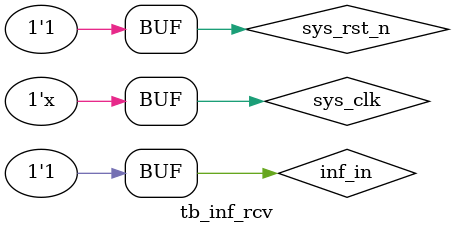
<source format=v>
`timescale  1ns/1ns
module  tb_inf_rcv();

reg     sys_clk ;
reg     sys_rst_n   ;
reg     inf_in      ;

wire    [19:0]  data    ;
wire            repeat_en;

initial
    begin
        sys_clk = 1'b1;
        sys_rst_n <=    1'b0;
        inf_in  <=  1'b1;
        #30
        sys_rst_n   <=  1'b1;
        #1000
//引导码
        inf_in  <=  1'b0;
        #9000_000
        inf_in  <=  1'b1;
        #4500_000
//地址码(8'h57   0101_0111   1110_1010)
        inf_in  <=  1'b0;
        #560_000
        inf_in  <=  1'b1;
        #1690_000           //逻辑1
        inf_in  <=  1'b0;
        #560_000
        inf_in  <=  1'b1;
        #1690_000           //逻辑1
        inf_in  <=  1'b0;
        #560_000
        inf_in  <=  1'b1;
        #1690_000           //逻辑1
        inf_in  <=  1'b0;
        #560_000
        inf_in  <=  1'b1;
        #560_000            //逻辑0
        inf_in  <=  1'b0;
        #560_000
        inf_in  <=  1'b1;
        #1690_000           //逻辑1
        inf_in  <=  1'b0;
        #560_000
        inf_in  <=  1'b1;
        #560_000            //逻辑0
        inf_in  <=  1'b0;
        #560_000
        inf_in  <=  1'b1;
        #1690_000           //逻辑1
        inf_in  <=  1'b0;
        #560_000
        inf_in  <=  1'b1;
        #560_000            //逻辑0
//地址反码(1110_1010   0001_0101)
        inf_in  <=  1'b0;
        #560_000
        inf_in  <=  1'b1;
        #560_000            //逻辑0
        inf_in  <=  1'b0;
        #560_000
        inf_in  <=  1'b1;
        #560_000            //逻辑0
        inf_in  <=  1'b0;
        #560_000
        inf_in  <=  1'b1;
        #560_000            //逻辑0
        inf_in  <=  1'b0;
        #560_000
        inf_in  <=  1'b1;
        #1690_000           //逻辑1
        inf_in  <=  1'b0;
        #560_000
        inf_in  <=  1'b1;
        #560_000            //逻辑0
        inf_in  <=  1'b0;
        #560_000
        inf_in  <=  1'b1;
        #1690_000           //逻辑1
        inf_in  <=  1'b0;
        #560_000
        inf_in  <=  1'b1;
        #560_000            //逻辑0
        inf_in  <=  1'b0;
        #560_000
        inf_in  <=  1'b1;
        #1690_000           //逻辑1
//数据码(8'h22  0010_0010   0100_0100)
        inf_in  <=  1'b0;
        #560_000
        inf_in  <=  1'b1;
        #560_000            //逻辑0
        inf_in  <=  1'b0;
        #560_000
        inf_in  <=  1'b1;
        #1690_000           //逻辑1
        inf_in  <=  1'b0;
        #560_000
        inf_in  <=  1'b1;
        #560_000            //逻辑0
        inf_in  <=  1'b0;
        #560_000
        inf_in  <=  1'b1;
        #560_000            //逻辑0
        inf_in  <=  1'b0;
        #560_000
        inf_in  <=  1'b1;
        #560_000            //逻辑0
        inf_in  <=  1'b0;
        #560_000
        inf_in  <=  1'b1;
        #1690_000           //逻辑1
        inf_in  <=  1'b0;
        #560_000
        inf_in  <=  1'b1;
        #560_000            //逻辑0
        inf_in  <=  1'b0;
        #560_000
        inf_in  <=  1'b1;
        #560_000            //逻辑0
//数据反码(0100_0100   1011_1011)
        inf_in  <=  1'b0;
        #560_000
        inf_in  <=  1'b1;
        #1690_000           //逻辑1
        inf_in  <=  1'b0;
        #560_000
        inf_in  <=  1'b1;
        #560_000            //逻辑0
        inf_in  <=  1'b0;
        #560_000
        inf_in  <=  1'b1;
        #1690_000           //逻辑1
        inf_in  <=  1'b0;
        #560_000
        inf_in  <=  1'b1;
        #1690_000           //逻辑1
        inf_in  <=  1'b0;
        #560_000
        inf_in  <=  1'b1;
        #1690_000           //逻辑1
        inf_in  <=  1'b0;
        #560_000
        inf_in  <=  1'b1;
        #560_000            //逻辑0
        inf_in  <=  1'b0;
        #560_000
        inf_in  <=  1'b1;
        #1690_000           //逻辑1
        inf_in  <=  1'b0;
        #560_000
        inf_in  <=  1'b1;
        #1690_000           //逻辑1
//结束位
        inf_in  <=  1'b0;
        #560_000
//高电平保持
        inf_in  <=  1'b1;
        #4200_0000
//重复码
        inf_in  <=  1'b0;
        #9000_000
        inf_in  <=  1'b1;
        #2250_000
//结束位
        inf_in  <=  1'b0;
        #560_000
        inf_in  <=  1'b1;
    end

always #10 sys_clk = ~sys_clk;

inf_rcv inf_rcv_inst
(
    .sys_clk     (sys_clk   ),
    .sys_rst_n   (sys_rst_n ),
    .inf_in      (inf_in    ),

    .data        (data      ),
    .repeat_en   (repeat_en )
);

endmodule

</source>
